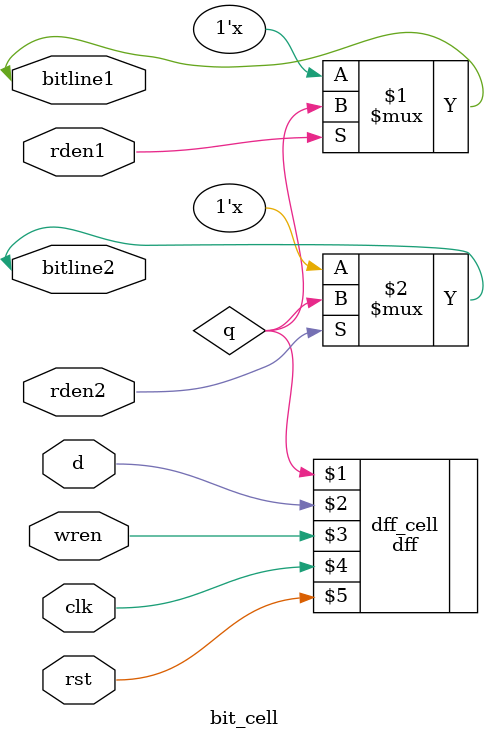
<source format=v>
`include "dff.v"
module bit_cell(
  input clk,            // clk signal
  input rst,            // synchronous reset
  input d,              // DFF input
  input wren,           // Write Enable (to change the value stored in dff)
  input rden1,          // read enable for read port-1
  input rden2,          // read enable for read port-2
  inout bitline1,       // output to read port-1 (rs)
  inout bitline2);      // connect DFF to read port-2 (rt)

wire q;

// instantiate dff
dff dff_cell(q, d, wren, clk, rst);

// what does bufif1 do ?
bufif1(bitline1, q, rden1);
bufif1(bitline2, q, rden2);

// // Equivalent Tri-state buffer implementation to bufif1
// assign bitline1 = (rden1)? dff_q: 1'bz;
// assign bitline2 = (rden2)? dff_q: 1'bz;

endmodule
</source>
